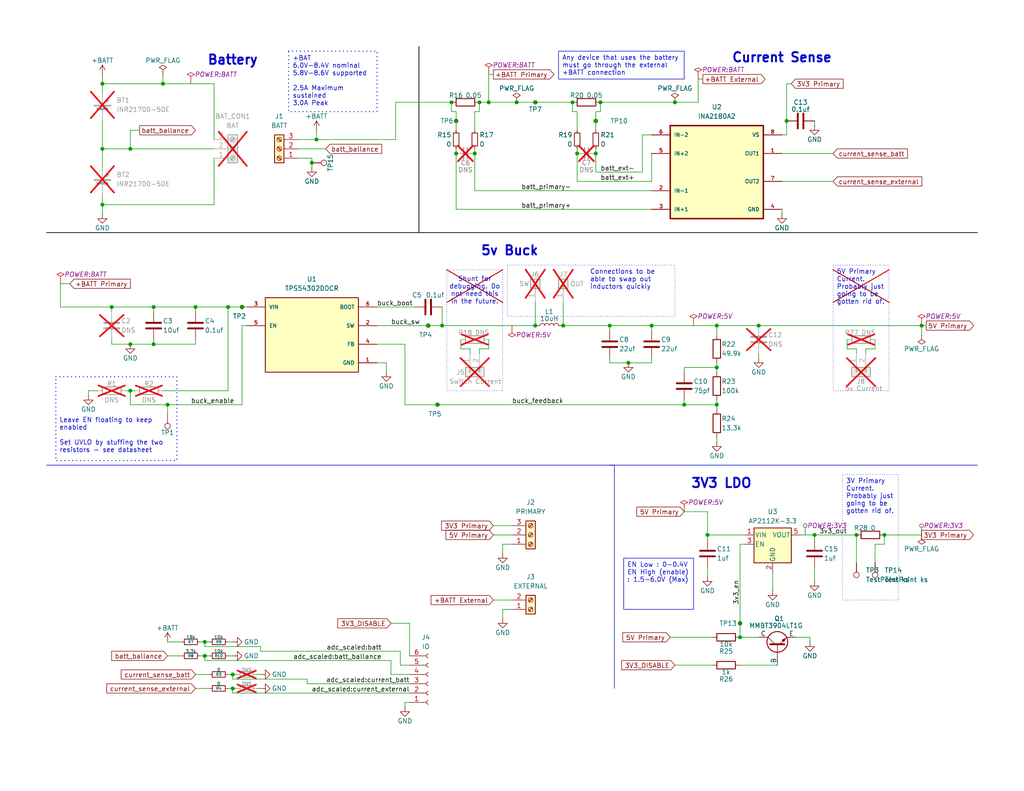
<source format=kicad_sch>
(kicad_sch (version 20231120) (generator "eeschema") (generator_version "8.0")
  (paper "USLetter")
  (title_block (title "Prototype Buck Converter") (date "2024-09-21") (rev "1"))
  (junction (at 162.56 41.91))
  (junction (at 63.5 187.96))
  (junction (at 195.58 100.33))
  (junction (at 62.23 83.82))
  (junction (at 146.05 88.9))
  (junction (at 85.09 44.45))
  (junction (at 120.65 88.9))
  (junction (at 27.94 55.88))
  (junction (at 124.46 41.91))
  (junction (at 133.35 27.94))
  (junction (at 166.37 88.9))
  (junction (at 44.45 22.86))
  (junction (at 222.25 146.05))
  (junction (at 130.81 27.94))
  (junction (at 140.97 27.94))
  (junction (at 45.72 110.49))
  (junction (at 207.01 88.9))
  (junction (at 119.38 110.49))
  (junction (at 195.58 110.49))
  (junction (at 153.67 88.9))
  (junction (at 251.46 88.9))
  (junction (at 30.48 83.82))
  (junction (at 146.05 27.94))
  (junction (at 63.5 184.15))
  (junction (at 186.69 110.49))
  (junction (at 124.46 33.02))
  (junction (at 116.84 88.9))
  (junction (at 27.94 40.64))
  (junction (at 193.04 146.05))
  (junction (at 55.88 179.07))
  (junction (at 233.68 146.05))
  (junction (at 86.36 38.1))
  (junction (at 35.56 40.64))
  (junction (at 171.45 99.06))
  (junction (at 53.34 83.82))
  (junction (at 177.8 88.9))
  (junction (at 184.15 27.94))
  (junction (at 162.56 33.02))
  (junction (at 241.3 146.05))
  (junction (at 123.19 27.94))
  (junction (at 66.04 83.82))
  (junction (at 35.56 93.98))
  (junction (at 129.54 41.91))
  (junction (at 27.94 22.86))
  (junction (at 201.93 173.99))
  (junction (at 163.83 27.94))
  (junction (at 41.91 83.82))
  (junction (at 41.91 93.98))
  (junction (at 35.56 106.68))
  (junction (at 214.63 33.02))
  (junction (at 195.58 88.9))
  (junction (at 201.93 170.18))
  (junction (at 156.21 27.94))
  (junction (at 157.48 41.91))
  (junction (at 55.88 175.26))
  (wire (pts (xy 146.05 88.9) (xy 146.05 82.55)))
  (wire (pts (xy 238.76 95.25) (xy 238.76 92.71)))
  (wire (pts (xy 201.93 181.61) (xy 212.09 181.61)))
  (wire (pts (xy 210.82 161.29) (xy 210.82 156.21)))
  (wire (pts (xy 35.56 110.49) (xy 45.72 110.49)))
  (polyline (pts (xy 114.3 63.5) (xy 266.7 63.5)) (stroke (width 0.2032) (type solid) (color 0 0 0 1)))
  (wire (pts (xy 41.91 93.98) (xy 41.91 92.71)))
  (wire (pts (xy 129.54 30.48) (xy 130.81 30.48)))
  (wire (pts (xy 71.12 176.53) (xy 71.12 177.8)))
  (wire (pts (xy 27.94 22.86) (xy 27.94 25.4)))
  (wire (pts (xy 222.25 33.02) (xy 222.25 34.29)))
  (wire (pts (xy 102.87 88.9) (xy 116.84 88.9)))
  (wire (pts (xy 71.12 177.8) (xy 109.22 177.8)))
  (wire (pts (xy 128.27 95.25) (xy 125.73 95.25)))
  (wire (pts (xy 214.63 22.86) (xy 214.63 33.02)))
  (wire (pts (xy 24.13 106.68) (xy 26.67 106.68)))
  (wire (pts (xy 213.36 49.53) (xy 227.33 49.53)))
  (wire (pts (xy 128.27 95.25) (xy 128.27 96.52)))
  (wire (pts (xy 137.16 166.37) (xy 137.16 168.91)))
  (wire (pts (xy 129.54 40.64) (xy 129.54 41.91)))
  (wire (pts (xy 27.94 53.34) (xy 27.94 55.88)))
  (wire (pts (xy 231.14 95.25) (xy 231.14 92.71)))
  (wire (pts (xy 58.42 38.1) (xy 58.42 22.86)))
  (wire (pts (xy 53.34 93.98) (xy 53.34 92.71)))
  (wire (pts (xy 139.7 166.37) (xy 137.16 166.37)))
  (wire (pts (xy 166.37 88.9) (xy 177.8 88.9)))
  (wire (pts (xy 222.25 154.94) (xy 222.25 158.75)))
  (wire (pts (xy 110.49 93.98) (xy 102.87 93.98)))
  (wire (pts (xy 133.35 20.32) (xy 133.35 27.94)))
  (wire (pts (xy 83.82 185.42) (xy 83.82 186.69)))
  (wire (pts (xy 53.34 93.98) (xy 41.91 93.98)))
  (wire (pts (xy 62.23 83.82) (xy 62.23 106.68)))
  (wire (pts (xy 109.22 181.61) (xy 109.22 177.8)))
  (wire (pts (xy 124.46 30.48) (xy 123.19 30.48)))
  (wire (pts (xy 55.88 179.07) (xy 57.15 179.07)))
  (wire (pts (xy 107.95 27.94) (xy 107.95 38.1)))
  (wire (pts (xy 53.34 184.15) (xy 57.15 184.15)))
  (wire (pts (xy 213.36 57.15) (xy 213.36 58.42)))
  (wire (pts (xy 195.58 99.06) (xy 195.58 100.33)))
  (wire (pts (xy 166.37 99.06) (xy 171.45 99.06)))
  (wire (pts (xy 193.04 139.7) (xy 193.04 146.05)))
  (wire (pts (xy 69.85 184.15) (xy 71.12 184.15)))
  (wire (pts (xy 62.23 184.15) (xy 63.5 184.15)))
  (wire (pts (xy 177.8 88.9) (xy 195.58 88.9)))
  (wire (pts (xy 44.45 106.68) (xy 62.23 106.68)))
  (wire (pts (xy 177.8 90.17) (xy 177.8 88.9)))
  (wire (pts (xy 137.16 148.59) (xy 137.16 151.13)))
  (wire (pts (xy 44.45 22.86) (xy 58.42 22.86)))
  (wire (pts (xy 233.68 146.05) (xy 233.68 153.67)))
  (wire (pts (xy 35.56 35.56) (xy 35.56 40.64)))
  (wire (pts (xy 236.22 95.25) (xy 238.76 95.25)))
  (wire (pts (xy 157.48 40.64) (xy 157.48 41.91)))
  (wire (pts (xy 184.15 181.61) (xy 194.31 181.61)))
  (wire (pts (xy 35.56 106.68) (xy 36.83 106.68)))
  (wire (pts (xy 110.49 193.04) (xy 110.49 191.77)))
  (wire (pts (xy 27.94 55.88) (xy 27.94 58.42)))
  (wire (pts (xy 27.94 40.64) (xy 35.56 40.64)))
  (wire (pts (xy 45.72 175.26) (xy 49.53 175.26)))
  (wire (pts (xy 177.8 41.91) (xy 177.8 49.53)))
  (wire (pts (xy 102.87 99.06) (xy 105.41 99.06)))
  (wire (pts (xy 163.83 30.48) (xy 163.83 27.94)))
  (wire (pts (xy 139.7 148.59) (xy 137.16 148.59)))
  (wire (pts (xy 153.67 88.9) (xy 153.67 82.55)))
  (wire (pts (xy 53.34 187.96) (xy 57.15 187.96)))
  (wire (pts (xy 195.58 88.9) (xy 207.01 88.9)))
  (wire (pts (xy 175.26 36.83) (xy 175.26 46.99)))
  (wire (pts (xy 111.76 181.61) (xy 109.22 181.61)))
  (wire (pts (xy 116.84 88.9) (xy 120.65 88.9)))
  (wire (pts (xy 162.56 30.48) (xy 163.83 30.48)))
  (polyline (pts (xy 227.33 82.55) (xy 242.57 73.66)) (stroke (width 0.254) (type solid) (color 194 0 0 1)))
  (wire (pts (xy 107.95 38.1) (xy 86.36 38.1)))
  (wire (pts (xy 105.41 99.06) (xy 105.41 101.6)))
  (wire (pts (xy 207.01 88.9) (xy 251.46 88.9)))
  (wire (pts (xy 120.65 88.9) (xy 120.65 83.82)))
  (wire (pts (xy 207.01 96.52) (xy 207.01 97.79)))
  (wire (pts (xy 251.46 88.9) (xy 252.73 88.9)))
  (wire (pts (xy 130.81 30.48) (xy 130.81 27.94)))
  (wire (pts (xy 217.17 173.99) (xy 220.98 173.99)))
  (wire (pts (xy 222.25 146.05) (xy 233.68 146.05)))
  (wire (pts (xy 27.94 55.88) (xy 58.42 55.88)))
  (wire (pts (xy 201.93 170.18) (xy 201.93 173.99)))
  (wire (pts (xy 85.09 45.72) (xy 85.09 44.45)))
  (wire (pts (xy 16.51 83.82) (xy 30.48 83.82)))
  (wire (pts (xy 62.23 83.82) (xy 66.04 83.82)))
  (wire (pts (xy 124.46 30.48) (xy 124.46 33.02)))
  (wire (pts (xy 157.48 30.48) (xy 156.21 30.48)))
  (polyline (pts (xy 137.16 82.55) (xy 121.92 73.66)) (stroke (width 0.254) (type solid) (color 194 0 0 1)))
  (wire (pts (xy 30.48 83.82) (xy 41.91 83.82)))
  (wire (pts (xy 63.5 184.15) (xy 64.77 184.15)))
  (wire (pts (xy 24.13 107.95) (xy 24.13 106.68)))
  (wire (pts (xy 38.1 35.56) (xy 35.56 35.56)))
  (wire (pts (xy 27.94 20.32) (xy 27.94 22.86)))
  (wire (pts (xy 66.04 88.9) (xy 66.04 110.49)))
  (wire (pts (xy 190.5 21.59) (xy 190.5 27.94)))
  (wire (pts (xy 193.04 154.94) (xy 193.04 157.48)))
  (wire (pts (xy 55.88 179.07) (xy 55.88 180.34)))
  (wire (pts (xy 191.77 21.59) (xy 190.5 21.59)))
  (wire (pts (xy 45.72 179.07) (xy 49.53 179.07)))
  (wire (pts (xy 69.85 187.96) (xy 71.12 187.96)))
  (polyline (pts (xy 12.7 127) (xy 266.7 127)))
  (wire (pts (xy 133.35 27.94) (xy 140.97 27.94)))
  (wire (pts (xy 133.35 20.32) (xy 134.62 20.32)))
  (wire (pts (xy 86.36 35.56) (xy 86.36 38.1)))
  (wire (pts (xy 129.54 30.48) (xy 129.54 35.56)))
  (polyline (pts (xy 121.92 82.55) (xy 137.16 73.66)) (stroke (width 0.254) (type solid) (color 194 0 0 1)))
  (wire (pts (xy 166.37 90.17) (xy 166.37 88.9)))
  (wire (pts (xy 157.48 49.53) (xy 177.8 49.53)))
  (wire (pts (xy 35.56 110.49) (xy 35.56 106.68)))
  (wire (pts (xy 63.5 187.96) (xy 63.5 189.23)))
  (wire (pts (xy 195.58 110.49) (xy 195.58 111.76)))
  (wire (pts (xy 175.26 46.99) (xy 162.56 46.99)))
  (wire (pts (xy 62.23 179.07) (xy 63.5 179.07)))
  (wire (pts (xy 215.9 22.86) (xy 214.63 22.86)))
  (wire (pts (xy 58.42 43.18) (xy 58.42 55.88)))
  (wire (pts (xy 45.72 113.03) (xy 45.72 110.49)))
  (wire (pts (xy 124.46 33.02) (xy 124.46 35.56)))
  (wire (pts (xy 27.94 33.02) (xy 27.94 40.64)))
  (wire (pts (xy 163.83 27.94) (xy 184.15 27.94)))
  (wire (pts (xy 251.46 91.44) (xy 251.46 88.9)))
  (wire (pts (xy 193.04 146.05) (xy 193.04 147.32)))
  (wire (pts (xy 19.05 77.47) (xy 16.51 77.47)))
  (wire (pts (xy 130.81 95.25) (xy 130.81 96.52)))
  (wire (pts (xy 27.94 40.64) (xy 27.94 45.72)))
  (wire (pts (xy 157.48 30.48) (xy 157.48 35.56)))
  (wire (pts (xy 238.76 148.59) (xy 238.76 153.67)))
  (wire (pts (xy 146.05 27.94) (xy 156.21 27.94)))
  (wire (pts (xy 111.76 184.15) (xy 106.68 184.15)))
  (wire (pts (xy 175.26 36.83) (xy 177.8 36.83)))
  (wire (pts (xy 157.48 41.91) (xy 157.48 49.53)))
  (wire (pts (xy 54.61 179.07) (xy 55.88 179.07)))
  (wire (pts (xy 124.46 41.91) (xy 124.46 57.15)))
  (wire (pts (xy 81.28 43.18) (xy 85.09 43.18)))
  (wire (pts (xy 41.91 93.98) (xy 35.56 93.98)))
  (wire (pts (xy 201.93 148.59) (xy 203.2 148.59)))
  (wire (pts (xy 177.8 99.06) (xy 177.8 97.79)))
  (wire (pts (xy 186.69 110.49) (xy 195.58 110.49)))
  (wire (pts (xy 186.69 109.22) (xy 186.69 110.49)))
  (wire (pts (xy 140.97 27.94) (xy 146.05 27.94)))
  (wire (pts (xy 83.82 186.69) (xy 111.76 186.69)))
  (wire (pts (xy 241.3 148.59) (xy 241.3 146.05)))
  (wire (pts (xy 102.87 83.82) (xy 113.03 83.82)))
  (wire (pts (xy 110.49 110.49) (xy 119.38 110.49)))
  (wire (pts (xy 107.95 27.94) (xy 123.19 27.94)))
  (wire (pts (xy 133.35 95.25) (xy 133.35 92.71)))
  (wire (pts (xy 214.63 36.83) (xy 214.63 33.02)))
  (wire (pts (xy 130.81 95.25) (xy 133.35 95.25)))
  (wire (pts (xy 186.69 100.33) (xy 195.58 100.33)))
  (wire (pts (xy 55.88 176.53) (xy 71.12 176.53)))
  (wire (pts (xy 35.56 40.64) (xy 58.42 40.64)))
  (wire (pts (xy 153.67 88.9) (xy 166.37 88.9)))
  (wire (pts (xy 134.62 146.05) (xy 139.7 146.05)))
  (wire (pts (xy 81.28 40.64) (xy 88.9 40.64)))
  (wire (pts (xy 186.69 139.7) (xy 193.04 139.7)))
  (wire (pts (xy 30.48 92.71) (xy 30.48 93.98)))
  (wire (pts (xy 124.46 40.64) (xy 124.46 41.91)))
  (wire (pts (xy 227.33 41.91) (xy 213.36 41.91)))
  (wire (pts (xy 134.62 143.51) (xy 139.7 143.51)))
  (wire (pts (xy 238.76 148.59) (xy 241.3 148.59)))
  (wire (pts (xy 62.23 187.96) (xy 63.5 187.96)))
  (wire (pts (xy 124.46 57.15) (xy 177.8 57.15)))
  (wire (pts (xy 106.68 184.15) (xy 106.68 180.34)))
  (wire (pts (xy 195.58 119.38) (xy 195.58 120.65)))
  (polyline (pts (xy 167.64 187.96) (xy 167.64 127)))
  (wire (pts (xy 201.93 148.59) (xy 201.93 170.18)))
  (wire (pts (xy 241.3 146.05) (xy 251.46 146.05)))
  (wire (pts (xy 111.76 179.07) (xy 111.76 170.18)))
  (wire (pts (xy 45.72 110.49) (xy 66.04 110.49)))
  (wire (pts (xy 220.98 173.99) (xy 220.98 175.26)))
  (wire (pts (xy 233.68 95.25) (xy 233.68 96.52)))
  (polyline (pts (xy 114.3 12.7) (xy 114.3 63.5)) (stroke (width 0.2032) (type solid) (color 0 0 0 1)))
  (wire (pts (xy 62.23 175.26) (xy 63.5 175.26)))
  (wire (pts (xy 35.56 93.98) (xy 30.48 93.98)))
  (wire (pts (xy 186.69 101.6) (xy 186.69 100.33)))
  (wire (pts (xy 55.88 180.34) (xy 106.68 180.34)))
  (wire (pts (xy 34.29 106.68) (xy 35.56 106.68)))
  (polyline (pts (xy 12.7 63.5) (xy 114.3 63.5)) (stroke (width 0.2032) (type solid) (color 0 0 0 1)))
  (wire (pts (xy 162.56 33.02) (xy 162.56 35.56)))
  (wire (pts (xy 193.04 146.05) (xy 203.2 146.05)))
  (wire (pts (xy 111.76 170.18) (xy 106.68 170.18)))
  (wire (pts (xy 162.56 40.64) (xy 162.56 41.91)))
  (wire (pts (xy 129.54 52.07) (xy 177.8 52.07)))
  (wire (pts (xy 120.65 88.9) (xy 146.05 88.9)))
  (wire (pts (xy 171.45 99.06) (xy 177.8 99.06)))
  (wire (pts (xy 55.88 175.26) (xy 57.15 175.26)))
  (wire (pts (xy 222.25 147.32) (xy 222.25 146.05)))
  (wire (pts (xy 30.48 83.82) (xy 30.48 85.09)))
  (wire (pts (xy 85.09 44.45) (xy 85.09 43.18)))
  (wire (pts (xy 119.38 110.49) (xy 186.69 110.49)))
  (wire (pts (xy 195.58 100.33) (xy 195.58 101.6)))
  (wire (pts (xy 54.61 175.26) (xy 55.88 175.26)))
  (wire (pts (xy 110.49 191.77) (xy 111.76 191.77)))
  (wire (pts (xy 195.58 88.9) (xy 195.58 91.44)))
  (wire (pts (xy 110.49 93.98) (xy 110.49 110.49)))
  (wire (pts (xy 190.5 27.94) (xy 184.15 27.94)))
  (wire (pts (xy 16.51 77.47) (xy 16.51 83.82)))
  (wire (pts (xy 66.04 83.82) (xy 67.31 83.82)))
  (wire (pts (xy 53.34 85.09) (xy 53.34 83.82)))
  (wire (pts (xy 44.45 22.86) (xy 27.94 22.86)))
  (wire (pts (xy 233.68 95.25) (xy 231.14 95.25)))
  (wire (pts (xy 123.19 30.48) (xy 123.19 27.94)))
  (wire (pts (xy 63.5 189.23) (xy 111.76 189.23)))
  (wire (pts (xy 130.81 27.94) (xy 133.35 27.94)))
  (wire (pts (xy 44.45 20.32) (xy 44.45 22.86)))
  (wire (pts (xy 218.44 146.05) (xy 222.25 146.05)))
  (wire (pts (xy 63.5 184.15) (xy 63.5 185.42)))
  (wire (pts (xy 213.36 36.83) (xy 214.63 36.83)))
  (wire (pts (xy 201.93 173.99) (xy 207.01 173.99)))
  (polyline (pts (xy 167.64 127) (xy 166.37 127)))
  (wire (pts (xy 129.54 41.91) (xy 129.54 52.07)))
  (wire (pts (xy 125.73 95.25) (xy 125.73 92.71)))
  (wire (pts (xy 134.62 163.83) (xy 139.7 163.83)))
  (wire (pts (xy 195.58 109.22) (xy 195.58 110.49)))
  (wire (pts (xy 162.56 41.91) (xy 162.56 46.99)))
  (wire (pts (xy 162.56 30.48) (xy 162.56 33.02)))
  (wire (pts (xy 41.91 83.82) (xy 53.34 83.82)))
  (wire (pts (xy 182.88 173.99) (xy 194.31 173.99)))
  (wire (pts (xy 236.22 95.25) (xy 236.22 96.52)))
  (wire (pts (xy 55.88 175.26) (xy 55.88 176.53)))
  (wire (pts (xy 41.91 85.09) (xy 41.91 83.82)))
  (wire (pts (xy 63.5 185.42) (xy 83.82 185.42)))
  (polyline (pts (xy 242.57 82.55) (xy 227.33 73.66)) (stroke (width 0.254) (type solid) (color 194 0 0 1)))
  (wire (pts (xy 53.34 83.82) (xy 62.23 83.82)))
  (wire (pts (xy 63.5 187.96) (xy 64.77 187.96)))
  (wire (pts (xy 66.04 88.9) (xy 67.31 88.9)))
  (wire (pts (xy 156.21 30.48) (xy 156.21 27.94)))
  (wire (pts (xy 166.37 99.06) (xy 166.37 97.79)))
  (wire (pts (xy 86.36 38.1) (xy 81.28 38.1)))
  (rectangle (start 138.43 72.39) (end 184.15 86.36) (stroke (width 0) (type dot)))
  (rectangle (start 229.87 129.54) (end 245.11 163.83) (stroke (width 0) (type dot)))
  (rectangle (start 15.24 102.87) (end 48.26 125.73) (stroke (width 0.254) (type dot)))
  (rectangle (start 121.92 73.66) (end 137.16 106.68) (stroke (width 0) (type dot)))
  (rectangle (start 227.33 72.39) (end 242.57 106.68) (stroke (width 0) (type dot)))
  (text_box "5V Primary Current. Probably just going to be gotten rid of." (at 227.33 72.39 0) (size 15.24 8.89) (stroke (width -0.0001)) (effects (font (size 1.27 1.27)) (justify left top)))
  (text_box "Connections to be able to swap out inductors quickly" (at 160.02 72.39 0) (size 24.13 13.97) (stroke (width -0.0001)) (effects (font (size 1.27 1.27)) (justify left top)))
  (text_box "Any device that uses the battery must go through the external +BATT connection" (at 152.4 13.97 0) (size 34.29 7.62) (effects (font (size 1.27 1.27)) (justify left top)))
  (text_box "3V Primary Current. Probably just going to be gotten rid of." (at 229.87 129.54 0) (size 15.24 8.89) (stroke (width -0.0001)) (effects (font (size 1.27 1.27)) (justify left top)))
  (text_box "Leave EN floating to keep enabled\n\nSet UVLO by stuffing the two resistors - see datasheet" (at 15.24 113.03 0) (size 30.48 11.43) (stroke (width -0.0001)) (effects (font (size 1.27 1.27)) (justify left bottom)))
  (text_box "+BAT \n6.0V-8.4V nominal\n5.8V-8.6V supported\n\n2.5A Maximum sustained\n3.0A Peak" (at 78.74 13.97 0) (size 24.13 16.51) (stroke (width 0.254) (type dot)) (effects (font (size 1.27 1.27)) (justify left top)))
  (text_box "EN Low : 0-0.4V\nEN High (enable) : 1.5-6.0V (Max)" (at 170.18 152.4 0) (size 19.05 13.97) (effects (font (size 1.27 1.27)) (justify left top)))
  (text "Shunt for\ndebugging. Do\nnot need this\nin the future." (at 129.54 79.375 0) (effects (font (size 1.27 1.27))))
  (text "5v Buck" (at 139.065 68.58 0) (effects (font (size 2.54 2.54) (thickness 0.508) (bold yes))))
  (text "3V3 LDO" (at 196.85 132.08 0) (effects (font (size 2.54 2.54) (thickness 0.508) (bold yes))))
  (text "Battery" (at 63.5 16.51 0) (effects (font (size 2.54 2.54) (thickness 0.508) (bold yes))))
  (text "Current Sense" (at 213.36 15.875 0) (effects (font (size 2.54 2.54) (thickness 0.508) (bold yes))))
  (label "adc_scaled:current_batt" (at 111.76 186.69 180))
  (label "buck_boot" (at 102.87 83.82 0))
  (label "batt_ext+" (at 163.83 49.53 0))
  (label "batt_ext-" (at 163.83 46.99 0))
  (label "3v3_en" (at 201.93 165.1 90))
  (label "adc_scaled:batt" (at 104.14 177.8 180))
  (label "batt_primary+" (at 142.24 57.15 0))
  (label "adc_scaled:current_external" (at 111.76 189.23 180))
  (label "buck_sw" (at 106.68 88.9 0))
  (label "batt_primary-" (at 142.24 52.07 0))
  (label "buck_enable" (at 52.07 110.49 0))
  (label "buck_feedback" (at 139.7 110.49 0))
  (label "adc_scaled:batt_ballance" (at 104.14 180.34 180))
  (label "3v3_out" (at 223.52 146.05 0))
  (global_label "batt_ballance" (shape input) (at 45.72 179.07 180) (property "Intersheetrefs" "${INTERSHEET_REFS}" (effects (hide yes))))
  (global_label "+BATT Primary" (shape output) (at 134.62 20.32 0) (property "Intersheetrefs" "${INTERSHEET_REFS}" (effects (hide yes))))
  (global_label "3V3 Primary" (shape output) (at 251.46 146.05 0) (property "Intersheetrefs" "${INTERSHEET_REFS}" (effects (hide yes))))
  (global_label "current_sense_batt" (shape input) (at 53.34 184.15 180) (property "Intersheetrefs" "${INTERSHEET_REFS}" (effects (hide yes))))
  (global_label "batt_ballance" (shape output) (at 38.1 35.56 0) (property "Intersheetrefs" "${INTERSHEET_REFS}" (effects (hide yes))))
  (global_label "5V Primary" (shape input) (at 182.88 173.99 180) (property "Intersheetrefs" "${INTERSHEET_REFS}" (effects (hide yes))))
  (global_label "3V3 Primary" (shape input) (at 215.9 22.86 0) (property "Intersheetrefs" "${INTERSHEET_REFS}" (effects (hide yes))))
  (global_label "3V3 Primary" (shape input) (at 134.62 143.51 180) (property "Intersheetrefs" "${INTERSHEET_REFS}" (effects (hide yes))))
  (global_label "5V Primary" (shape output) (at 252.73 88.9 0) (property "Intersheetrefs" "${INTERSHEET_REFS}" (effects (hide yes))))
  (global_label "+BATT External" (shape output) (at 191.77 21.59 0) (property "Intersheetrefs" "${INTERSHEET_REFS}" (effects (hide yes))))
  (global_label "+BATT External" (shape input) (at 134.62 163.83 180) (property "Intersheetrefs" "${INTERSHEET_REFS}" (effects (hide yes))))
  (global_label "5V Primary" (shape input) (at 134.62 146.05 180) (property "Intersheetrefs" "${INTERSHEET_REFS}" (effects (hide yes))))
  (global_label "3V3_DISABLE" (shape input) (at 106.68 170.18 180) (property "Intersheetrefs" "${INTERSHEET_REFS}" (effects (hide yes))))
  (global_label "current_sense_batt" (shape input) (at 227.33 41.91 0) (property "Intersheetrefs" "${INTERSHEET_REFS}" (effects (hide yes))))
  (global_label "+BATT Primary" (shape input) (at 19.05 77.47 0) (property "Intersheetrefs" "${INTERSHEET_REFS}" (effects (hide yes))))
  (global_label "current_sense_external" (shape input) (at 227.33 49.53 0) (property "Intersheetrefs" "${INTERSHEET_REFS}" (effects (hide yes))))
  (global_label "3V3_DISABLE" (shape input) (at 184.15 181.61 180) (property "Intersheetrefs" "${INTERSHEET_REFS}" (effects (hide yes))))
  (global_label "current_sense_external" (shape input) (at 53.34 187.96 180) (property "Intersheetrefs" "${INTERSHEET_REFS}" (effects (hide yes))))
  (global_label "5V Primary" (shape input) (at 186.69 139.7 180) (property "Intersheetrefs" "${INTERSHEET_REFS}" (effects (hide yes))))
  (global_label "batt_ballance" (shape input) (at 88.9 40.64 0) (property "Intersheetrefs" "${INTERSHEET_REFS}" (effects (hide yes))))
  (netclass_flag "" (length 2.54) (shape diamond) (at 251.46 88.9 0) (property "Netclass" "POWER:5V" (at 252.476 86.36 0) (effects (font (italic yes)) (justify left))))
  (netclass_flag "" (length 2.54) (shape diamond) (at 189.23 88.9 0) (property "Netclass" "POWER:5V" (at 190.246 86.36 0) (effects (font (italic yes)) (justify left))))
  (netclass_flag "" (length 2.54) (shape diamond) (at 16.51 77.47 0) (property "Netclass" "POWER:BATT" (at 17.526 74.93 0) (effects (font (italic yes)) (justify left))))
  (netclass_flag "" (length 2.54) (shape diamond) (at 133.35 20.32 0) (property "Netclass" "POWER:BATT" (at 134.366 17.78 0) (effects (font (italic yes)) (justify left))))
  (netclass_flag "" (length 2.54) (shape round) (at 251.46 146.05 0) (property "Netclass" "POWER:3V3" (at 251.968 143.51 0) (effects (font (italic yes)) (justify left))))
  (netclass_flag "" (length 2.54) (shape round) (at 219.71 146.05 0) (property "Netclass" "POWER:3V3" (at 220.218 143.51 0) (effects (font (italic yes)) (justify left))))
  (netclass_flag "" (length 2.54) (shape diamond) (at 52.07 22.86 0) (property "Netclass" "POWER:BATT" (at 53.086 20.32 0) (effects (font (italic yes)) (justify left))))
  (netclass_flag "" (length 2.54) (shape diamond) (at 186.69 139.7 0) (property "Netclass" "POWER:5V" (at 187.706 137.16 0) (effects (font (italic yes)) (justify left))))
  (netclass_flag "" (length 2.54) (shape diamond) (at 190.5 21.59 0) (property "Netclass" "POWER:BATT" (at 191.516 19.05 0) (effects (font (italic yes)) (justify left))))
  (netclass_flag "" (length 2.54) (shape diamond) (at 139.7 88.9 180) (property "Netclass" "POWER:5V" (at 140.716 91.44 0) (effects (font (italic yes)) (justify left))))
  (symbol (lib_id "power:PWR_FLAG") (at 251.46 146.05 180) (unit 1)
    (property "Reference" "#FLG05" (effects (hide yes)))
    (property "Value" "PWR_FLAG" (at 251.46 149.86 0))
    (property "Description" "Special symbol for telling ERC where power comes from" (effects (hide yes)))
  )
  (symbol (lib_id "power:+BATT") (at 27.94 20.32 0) (unit 1)
    (property "Reference" "#PWR02" (effects (hide yes)))
    (property "Value" "+BATT" (at 27.94 16.51 0))
    (property "Description" "Power symbol creates a global label with name \"+BATT\"" (effects (hide yes)))
  )
  (symbol (lib_id "Connector:Screw_Terminal_01x03") (at 63.5 40.64 0) (mirror x) (unit 1) (exclude_from_sim yes) (on_board no) (dnp yes)
    (property "Reference" "BAT_CON1" (at 63.5 31.75 0))
    (property "Value" "BAT" (at 63.5 34.29 0))
    (property "Datasheet" "n/a" (effects (hide yes)))
    (property "Description" "Generic screw terminal, single row, 01x03, script generated (kicad-library-utils/schlib/autogen/connector/)" (effects (hide yes)))
  )
  (symbol (lib_id "Simulation_SPICE:NPN") (at 212.09 176.53 90) (unit 1)
    (property "Reference" "Q1" (at 213.995 168.91 90) (effects (justify left)))
    (property "Value" "MMBT3904LT1G" (at 219.075 170.815 90) (effects (justify left)))
    (property "Footprint" "Package_TO_SOT_SMD:SOT-23" (effects (hide yes)))
    (property "Datasheet" "MMBT3904LT1G" (effects (hide yes)))
    (property "Description" "Bipolar transistor symbol for simulation only, substrate tied to the emitter" (effects (hide yes)))
    (property "Sim.Device" "NPN" (effects (hide yes)))
    (property "Sim.Type" "GUMMELPOON" (effects (hide yes)))
    (property "Sim.Pins" "1=C 2=B 3=E" (effects (hide yes)))
  )
  (symbol (lib_id "power:GND") (at 110.49 193.04 0) (mirror y) (unit 1)
    (property "Reference" "#PWR010" (effects (hide yes)))
    (property "Value" "GND" (at 110.49 196.85 0))
    (property "Description" "Power symbol creates a global label with name \"GND\" , ground" (effects (hide yes)))
  )
  (symbol (lib_id "Device:R_Small") (at 52.07 175.26 90) (unit 1)
    (property "Reference" "R7" (at 52.07 175.26 90) (effects (font (size 0.762 0.762))))
    (property "Value" "18k" (at 52.07 173.99 90) (effects (font (size 0.889 0.889))))
    (property "Footprint" "Capacitor_SMD:C_0603_1608Metric_Pad1.08x0.95mm_HandSolder" (effects (hide yes)))
    (property "Datasheet" "RMCF0603JT18K0" (effects (hide yes)))
    (property "Description" "Resistor, small symbol" (effects (hide yes)))
  )
  (symbol (lib_id "Connector:TestPoint") (at 85.09 44.45 270) (unit 1)
    (property "Reference" "TP15" (at 90.17 44.45 0))
    (property "Value" "TestPoint ks" (effects (hide yes)))
    (property "Footprint" "footprints:KEYSTONE_5015" (effects (hide yes)))
    (property "Datasheet" "5015" (effects (hide yes)))
    (property "Description" "test point" (effects (hide yes)))
  )
  (symbol (lib_id "Connector:TestPoint_Small") (at 66.04 83.82 270) (mirror x) (unit 1)
    (property "Reference" "TP2" (at 63.5 86.36 90) (effects (justify left)))
    (property "Value" "TestPoint" (effects (hide yes)))
    (property "Footprint" "TestPoint:TestPoint_Pad_D1.0mm" (effects (hide yes)))
    (property "Datasheet" "n/a" (effects (hide yes)))
    (property "Description" "test point" (effects (hide yes)))
  )
  (symbol (lib_id "power:GND") (at 137.16 168.91 0) (mirror y) (unit 1)
    (property "Reference" "#PWR016" (effects (hide yes)))
    (property "Value" "GND" (at 137.16 172.72 0))
    (property "Description" "Power symbol creates a global label with name \"GND\" , ground" (effects (hide yes)))
  )
  (symbol (lib_id "Connector:TestPoint") (at 45.72 113.03 180) (unit 1)
    (property "Reference" "TP1" (at 45.72 118.11 0))
    (property "Value" "TestPoint" (effects (hide yes)))
    (property "Footprint" "TestPoint:TestPoint_Pad_D1.0mm" (effects (hide yes)))
    (property "Datasheet" "n/a" (effects (hide yes)))
    (property "Description" "test point" (effects (hide yes)))
  )
  (symbol (lib_id "power:GND") (at 207.01 97.79 0) (mirror y) (unit 1)
    (property "Reference" "#PWR022" (effects (hide yes)))
    (property "Value" "GND" (at 207.01 101.6 0))
    (property "Description" "Power symbol creates a global label with name \"GND\" , ground" (effects (hide yes)))
  )
  (symbol (lib_id "Device:R_Small") (at 129.54 38.1 0) (unit 1)
    (property "Reference" "R17" (at 130.81 36.83 0) (effects (justify left)))
    (property "Value" "0" (at 130.81 39.37 0) (effects (justify left)))
    (property "Footprint" "Capacitor_SMD:C_0603_1608Metric_Pad1.08x0.95mm_HandSolder" (effects (hide yes)))
    (property "Datasheet" "RMCF0603ZT0R00" (effects (hide yes)))
    (property "Description" "Resistor, small symbol" (effects (hide yes)))
  )
  (symbol (lib_id "Device:Battery_Cell") (at 27.94 30.48 0) (unit 1) (exclude_from_sim yes) (in_bom no) (on_board no) (dnp yes)
    (property "Reference" "BT1" (at 31.75 27.3684 0) (effects (justify left)))
    (property "Value" "INR21700-50E" (at 31.75 29.9084 0) (effects (justify left)))
    (property "Datasheet" "INR21700-50E" (effects (hide yes)))
    (property "Description" "Single-cell battery" (effects (hide yes)))
  )
  (symbol (lib_id "Device:Battery_Cell") (at 27.94 50.8 0) (unit 1) (exclude_from_sim yes) (in_bom no) (on_board no) (dnp yes)
    (property "Reference" "BT2" (at 31.75 47.6884 0) (effects (justify left)))
    (property "Value" "INR21700-50E" (at 31.75 50.2284 0) (effects (justify left)))
    (property "Datasheet" "INR21700-50E" (effects (hide yes)))
    (property "Description" "Single-cell battery" (effects (hide yes)))
  )
  (symbol (lib_id "Device:R_Small") (at 59.69 187.96 90) (unit 1)
    (property "Reference" "R4" (at 59.69 187.96 90) (effects (font (size 0.762 0.762))))
    (property "Value" "0" (at 59.69 186.69 90) (effects (font (size 0.889 0.889))))
    (property "Footprint" "Capacitor_SMD:C_0603_1608Metric_Pad1.08x0.95mm_HandSolder" (effects (hide yes)))
    (property "Description" "Resistor, small symbol" (effects (hide yes)))
  )
  (symbol (lib_id "power:GND") (at 171.45 99.06 0) (mirror y) (unit 1)
    (property "Reference" "#PWR018" (effects (hide yes)))
    (property "Value" "GND" (at 171.45 102.87 0))
    (property "Description" "Power symbol creates a global label with name \"GND\" , ground" (effects (hide yes)))
  )
  (symbol (lib_id "power:GND") (at 222.25 158.75 0) (unit 1)
    (property "Reference" "#PWR026" (effects (hide yes)))
    (property "Value" "GND" (at 222.25 162.56 0))
    (property "Description" "Power symbol creates a global label with name \"GND\" , ground" (effects (hide yes)))
  )
  (symbol (lib_id "power:GND") (at 220.98 175.26 0) (unit 1)
    (property "Reference" "#PWR024" (effects (hide yes)))
    (property "Value" "GND" (at 220.98 179.07 0))
    (property "Description" "Power symbol creates a global label with name \"GND\" , ground" (effects (hide yes)))
  )
  (symbol (lib_id "Device:C") (at 30.48 88.9 0) (unit 1) (dnp yes)
    (property "Reference" "C2" (at 33.02 87.63 0) (effects (justify left)))
    (property "Value" "DNS" (at 33.02 90.17 0) (effects (justify left)))
    (property "Footprint" "Capacitor_SMD:C_1210_3225Metric_Pad1.33x2.70mm_HandSolder" (effects (hide yes)))
    (property "Datasheet" "n/a" (effects (hide yes)))
    (property "Description" "Unpolarized capacitor" (effects (hide yes)))
  )
  (symbol (lib_id "Device:C") (at 207.01 92.71 0) (unit 1) (dnp yes)
    (property "Reference" "C12" (at 209.55 91.44 0) (effects (justify left)))
    (property "Value" "DNS" (at 209.55 93.98 0) (effects (justify left)))
    (property "Footprint" "Capacitor_SMD:C_1210_3225Metric_Pad1.33x2.70mm_HandSolder" (effects (hide yes)))
    (property "Datasheet" "n/a" (effects (hide yes)))
    (property "Description" "Unpolarized capacitor" (effects (hide yes)))
  )
  (symbol (lib_id "Device:C") (at 166.37 93.98 0) (unit 1)
    (property "Reference" "C8" (at 168.91 92.71 0) (effects (justify left)))
    (property "Value" "22uf" (at 168.91 95.25 0) (effects (justify left)))
    (property "Footprint" "Capacitor_SMD:C_1210_3225Metric" (effects (hide yes)))
    (property "Datasheet" "~CL32A226MAJNNNE" (effects (hide yes)))
    (property "Description" "Unpolarized capacitor" (effects (hide yes)))
  )
  (symbol (lib_id "Device:R_Small") (at 52.07 179.07 90) (unit 1)
    (property "Reference" "R8" (at 52.07 179.07 90) (effects (font (size 0.762 0.762))))
    (property "Value" "3.3k" (at 52.07 177.8 90) (effects (font (size 0.889 0.889))))
    (property "Footprint" "Capacitor_SMD:C_0603_1608Metric_Pad1.08x0.95mm_HandSolder" (effects (hide yes)))
    (property "Datasheet" "RMCF0603FT3K30" (effects (hide yes)))
    (property "Description" "Resistor, small symbol" (effects (hide yes)))
  )
  (symbol (lib_id "Device:R_Small") (at 59.69 179.07 90) (unit 1)
    (property "Reference" "R10" (at 59.69 179.07 90) (effects (font (size 0.762 0.762))))
    (property "Value" "10k" (at 59.69 177.8 90) (effects (font (size 0.889 0.889))))
    (property "Footprint" "Capacitor_SMD:C_0603_1608Metric_Pad1.08x0.95mm_HandSolder" (effects (hide yes)))
    (property "Datasheet" "RMCF0603FT10K0" (effects (hide yes)))
    (property "Description" "Resistor, small symbol" (effects (hide yes)))
  )
  (symbol (lib_id "power:GND") (at 105.41 101.6 0) (unit 1)
    (property "Reference" "#PWR014" (effects (hide yes)))
    (property "Value" "GND" (at 105.41 105.41 0))
    (property "Description" "Power symbol creates a global label with name \"GND\" , ground" (effects (hide yes)))
  )
  (symbol (lib_id "Connector:TestPoint_Small") (at 124.46 33.02 90) (unit 1)
    (property "Reference" "TP6" (at 121.92 33.02 90))
    (property "Value" "TestPoint" (effects (hide yes)))
    (property "Footprint" "TestPoint:TestPoint_Pad_D1.0mm" (effects (hide yes)))
    (property "Datasheet" "n/a" (effects (hide yes)))
    (property "Description" "test point" (effects (hide yes)))
  )
  (symbol (lib_id "Connector_Generic:Conn_01x01") (at 146.05 77.47 90) (unit 1) (exclude_from_sim yes) (in_bom no) (on_board no) (dnp yes)
    (property "Reference" "J6" (at 144.78 74.93 90) (effects (justify right)))
    (property "Value" "SW" (at 141.605 77.47 90) (effects (justify right)))
    (property "Footprint" "TestPoint:TestPoint_Pad_2.0x2.0mm" (effects (hide yes)))
    (property "Datasheet" "n/a" (effects (hide yes)))
    (property "Description" "Generic connector, single row, 01x01, script generated (kicad-library-utils/schlib/autogen/connector/)" (effects (hide yes)))
  )
  (symbol (lib_id "power:GND") (at 137.16 151.13 0) (mirror y) (unit 1)
    (property "Reference" "#PWR015" (effects (hide yes)))
    (property "Value" "GND" (at 137.16 154.94 0))
    (property "Description" "Power symbol creates a global label with name \"GND\" , ground" (effects (hide yes)))
  )
  (symbol (lib_id "Device:C") (at 177.8 93.98 0) (unit 1)
    (property "Reference" "C9" (at 180.34 92.71 0) (effects (justify left)))
    (property "Value" "22uf" (at 180.34 95.25 0) (effects (justify left)))
    (property "Footprint" "Capacitor_SMD:C_1210_3225Metric" (effects (hide yes)))
    (property "Datasheet" "~CL32A226MAJNNNE" (effects (hide yes)))
    (property "Description" "Unpolarized capacitor" (effects (hide yes)))
  )
  (symbol (lib_id "power:+BATT") (at 45.72 175.26 0) (unit 1)
    (property "Reference" "#PWR05" (effects (hide yes)))
    (property "Value" "+BATT" (at 45.72 171.45 0))
    (property "Description" "Power symbol creates a global label with name \"+BATT\"" (effects (hide yes)))
  )
  (symbol (lib_id "Device:R_Small") (at 59.69 184.15 90) (unit 1)
    (property "Reference" "R3" (at 59.69 184.15 90) (effects (font (size 0.762 0.762))))
    (property "Value" "0" (at 59.69 182.88 90) (effects (font (size 0.889 0.889))))
    (property "Footprint" "Capacitor_SMD:C_0603_1608Metric_Pad1.08x0.95mm_HandSolder" (effects (hide yes)))
    (property "Description" "Resistor, small symbol" (effects (hide yes)))
  )
  (symbol (lib_id "Device:C") (at 41.91 88.9 0) (unit 1)
    (property "Reference" "C3" (at 44.45 87.63 0) (effects (justify left)))
    (property "Value" "10uf" (at 44.45 90.17 0) (effects (justify left)))
    (property "Footprint" "Capacitor_SMD:C_1210_3225Metric" (effects (hide yes)))
    (property "Datasheet" "CL32B106KBJNNNE" (effects (hide yes)))
    (property "Description" "Unpolarized capacitor" (effects (hide yes)))
  )
  (symbol (lib_id "power:GND") (at 71.12 187.96 90) (mirror x) (unit 1)
    (property "Reference" "#PWR07" (effects (hide yes)))
    (property "Value" "GND" (at 76.2 187.96 90))
    (property "Description" "Power symbol creates a global label with name \"GND\" , ground" (effects (hide yes)))
  )
  (symbol (lib_id "project_symbols:INA2180A1IDGKR") (at 195.58 46.99 0) (unit 1)
    (property "Reference" "U2" (at 195.58 29.21 0))
    (property "Value" "INA2180A2" (at 195.58 31.75 0))
    (property "Footprint" "footprints:SOP65P490X110-8N" (effects (hide yes)))
    (property "Datasheet" "INA2180A2IDGKR" (effects (hide yes)))
  )
  (symbol (lib_id "Device:R_Small") (at 67.31 184.15 90) (unit 1) (dnp yes)
    (property "Reference" "R5" (at 67.31 184.15 90) (effects (font (size 0.762 0.762))))
    (property "Value" "DNS" (at 67.31 182.88 90) (effects (font (size 0.889 0.889))))
    (property "Footprint" "Capacitor_SMD:C_0603_1608Metric_Pad1.08x0.95mm_HandSolder" (effects (hide yes)))
    (property "Datasheet" "n/a" (effects (hide yes)))
    (property "Description" "Resistor, small symbol" (effects (hide yes)))
  )
  (symbol (lib_id "Connector:Screw_Terminal_01x03") (at 144.78 146.05 0) (mirror x) (unit 1)
    (property "Reference" "J2" (at 144.78 137.16 0))
    (property "Value" "PRIMARY" (at 144.78 139.7 0))
    (property "Footprint" "TerminalBlock_TE-Connectivity:TerminalBlock_TE_282834-3_1x03_P2.54mm_Horizontal" (effects (hide yes)))
    (property "Datasheet" "282834-3" (effects (hide yes)))
    (property "Description" "Generic screw terminal, single row, 01x03, script generated (kicad-library-utils/schlib/autogen/connector/)" (effects (hide yes)))
  )
  (symbol (lib_id "power:PWR_FLAG") (at 44.45 20.32 0) (unit 1)
    (property "Reference" "#FLG01" (effects (hide yes)))
    (property "Value" "PWR_FLAG" (at 44.45 16.51 0))
    (property "Description" "Special symbol for telling ERC where power comes from" (effects (hide yes)))
  )
  (symbol (lib_id "Device:C") (at 53.34 88.9 0) (unit 1)
    (property "Reference" "C4" (at 55.88 87.63 0) (effects (justify left)))
    (property "Value" "0.1uf" (at 55.88 90.17 0) (effects (justify left)))
    (property "Footprint" "Capacitor_SMD:C_0603_1608Metric_Pad1.08x0.95mm_HandSolder" (effects (hide yes)))
    (property "Datasheet" "CL10B104KB8NNWC" (effects (hide yes)))
    (property "Description" "Unpolarized capacitor" (effects (hide yes)))
  )
  (symbol (lib_id "power:PWR_FLAG") (at 184.15 27.94 0) (unit 1)
    (property "Reference" "#FLG03" (effects (hide yes)))
    (property "Value" "PWR_FLAG" (at 184.15 24.13 0))
    (property "Description" "Special symbol for telling ERC where power comes from" (effects (hide yes)))
  )
  (symbol (lib_id "Device:R_Small") (at 59.69 175.26 90) (unit 1)
    (property "Reference" "R9" (at 59.69 175.26 90) (effects (font (size 0.762 0.762))))
    (property "Value" "10k" (at 59.69 173.99 90) (effects (font (size 0.889 0.889))))
    (property "Footprint" "Capacitor_SMD:C_0603_1608Metric_Pad1.08x0.95mm_HandSolder" (effects (hide yes)))
    (property "Datasheet" "RMCF0603FT10K0" (effects (hide yes)))
    (property "Description" "Resistor, small symbol" (effects (hide yes)))
  )
  (symbol (lib_id "Device:C_Small") (at 127 41.91 270) (unit 1) (dnp yes)
    (property "Reference" "C6" (at 127 44.45 90))
    (property "Value" "DNS" (at 127 46.355 90))
    (property "Footprint" "Capacitor_SMD:C_0603_1608Metric_Pad1.08x0.95mm_HandSolder" (effects (hide yes)))
    (property "Datasheet" "n/a" (effects (hide yes)))
    (property "Description" "Unpolarized capacitor, small symbol" (effects (hide yes)))
  )
  (symbol (lib_id "Regulator_Linear:AP2112K-3.3") (at 210.82 148.59 0) (unit 1)
    (property "Reference" "U3" (at 210.82 139.7 0))
    (property "Value" "AP2112K-3.3" (at 210.82 142.24 0))
    (property "Footprint" "Package_TO_SOT_SMD:SOT-23-5" (effects (hide yes)))
    (property "Datasheet" "https://www.diodes.com/assets/Datasheets/AP2112.pdf" (effects (hide yes)))
    (property "Description" "600mA low dropout linear regulator, with enable pin, 3.8V-6V input voltage range, 3.3V fixed positive output, SOT-23-5" (effects (hide yes)))
  )
  (symbol (lib_id "Connector:TestPoint_Small") (at 146.05 27.94 270) (unit 1)
    (property "Reference" "TP7" (at 146.05 29.845 90))
    (property "Value" "TestPoint" (effects (hide yes)))
    (property "Footprint" "TestPoint:TestPoint_Pad_D1.0mm" (effects (hide yes)))
    (property "Datasheet" "n/a" (effects (hide yes)))
    (property "Description" "test point" (effects (hide yes)))
  )
  (symbol (lib_id "power:GND") (at 222.25 34.29 0) (unit 1)
    (property "Reference" "#PWR025" (effects (hide yes)))
    (property "Value" "GND" (at 222.25 38.1 0))
    (property "Description" "Power symbol creates a global label with name \"GND\" , ground" (effects (hide yes)))
  )
  (symbol (lib_id "Device:R_Small") (at 67.31 187.96 90) (unit 1) (dnp yes)
    (property "Reference" "R6" (at 67.31 187.96 90) (effects (font (size 0.762 0.762))))
    (property "Value" "DNS" (at 67.31 186.69 90) (effects (font (size 0.889 0.889))))
    (property "Footprint" "Capacitor_SMD:C_0603_1608Metric_Pad1.08x0.95mm_HandSolder" (effects (hide yes)))
    (property "Datasheet" "n/a" (effects (hide yes)))
    (property "Description" "Resistor, small symbol" (effects (hide yes)))
  )
  (symbol (lib_id "Device:C") (at 116.84 83.82 90) (unit 1)
    (property "Reference" "C5" (at 112.395 81.28 90) (effects (justify right top)))
    (property "Value" "0.1uf" (at 121.285 81.28 90) (effects (justify left top)))
    (property "Footprint" "Capacitor_SMD:C_0603_1608Metric_Pad1.08x0.95mm_HandSolder" (effects (hide yes)))
    (property "Datasheet" "CL10B104KB8NNWC" (effects (hide yes)))
    (property "Description" "Unpolarized capacitor" (effects (hide yes)))
  )
  (symbol (lib_id "Device:C") (at 186.69 105.41 0) (unit 1)
    (property "Reference" "C10" (at 189.23 104.14 0) (effects (justify left)))
    (property "Value" "75pf" (at 189.23 106.68 0) (effects (justify left)))
    (property "Footprint" "Capacitor_SMD:C_0603_1608Metric_Pad1.08x0.95mm_HandSolder" (effects (hide yes)))
    (property "Datasheet" "CC0603JRNPO9BN750" (effects (hide yes)))
    (property "Description" "Unpolarized capacitor" (effects (hide yes)))
  )
  (symbol (lib_id "Device:R") (at 198.12 173.99 270) (unit 1)
    (property "Reference" "R25" (at 198.12 177.8 90))
    (property "Value" "10k" (at 198.12 175.895 90))
    (property "Footprint" "Capacitor_SMD:C_0603_1608Metric_Pad1.08x0.95mm_HandSolder" (effects (hide yes)))
    (property "Datasheet" "RMCF0603FT10K0" (effects (hide yes)))
    (property "Description" "Resistor" (effects (hide yes)))
  )
  (symbol (lib_id "Device:R") (at 195.58 105.41 0) (unit 1)
    (property "Reference" "R23" (at 196.85 104.14 0) (effects (justify left)))
    (property "Value" "100k" (at 196.85 106.68 0) (effects (justify left)))
    (property "Footprint" "Resistor_SMD:R_0603_1608Metric_Pad0.98x0.95mm_HandSolder" (effects (hide yes)))
    (property "Datasheet" "RMCF0603FT100K" (effects (hide yes)))
    (property "Description" "Resistor" (effects (hide yes)))
  )
  (symbol (lib_id "Device:R") (at 40.64 106.68 90) (unit 1) (dnp yes)
    (property "Reference" "R2" (at 40.64 104.775 90))
    (property "Value" "DNS" (at 40.64 109.22 90))
    (property "Footprint" "Resistor_SMD:R_0603_1608Metric_Pad0.98x0.95mm_HandSolder" (effects (hide yes)))
    (property "Datasheet" "n/a" (effects (hide yes)))
    (property "Description" "Resistor" (effects (hide yes)))
  )
  (symbol (lib_id "Connector:Screw_Terminal_01x02") (at 144.78 166.37 0) (mirror x) (unit 1)
    (property "Reference" "J3" (at 144.78 157.48 0))
    (property "Value" "EXTERNAL" (at 144.78 160.02 0))
    (property "Footprint" "TerminalBlock_TE-Connectivity:TerminalBlock_TE_282834-2_1x02_P2.54mm_Horizontal" (effects (hide yes)))
    (property "Datasheet" "282834-2" (effects (hide yes)))
    (property "Description" "Generic screw terminal, single row, 01x02, script generated (kicad-library-utils/schlib/autogen/connector/)" (effects (hide yes)))
  )
  (symbol (lib_id "Connector:TestPoint_Small") (at 201.93 170.18 270) (mirror x) (unit 1)
    (property "Reference" "TP13" (at 196.215 170.18 90) (effects (justify left)))
    (property "Value" "TestPoint" (effects (hide yes)))
    (property "Footprint" "TestPoint:TestPoint_Pad_D1.0mm" (effects (hide yes)))
    (property "Datasheet" "n/a" (effects (hide yes)))
    (property "Description" "test point" (effects (hide yes)))
  )
  (symbol (lib_id "power:GND") (at 27.94 58.42 0) (unit 1)
    (property "Reference" "#PWR03" (effects (hide yes)))
    (property "Value" "GND" (at 27.94 62.23 0))
    (property "Description" "Power symbol creates a global label with name \"GND\" , ground" (effects (hide yes)))
  )
  (symbol (lib_id "power:GND") (at 71.12 184.15 90) (mirror x) (unit 1)
    (property "Reference" "#PWR06" (effects (hide yes)))
    (property "Value" "GND" (at 76.2 184.15 90))
    (property "Description" "Power symbol creates a global label with name \"GND\" , ground" (effects (hide yes)))
  )
  (symbol (lib_id "Device:R_Small") (at 162.56 38.1 0) (unit 1)
    (property "Reference" "R21" (at 163.83 36.83 0) (effects (justify left)))
    (property "Value" "0" (at 163.83 39.37 0) (effects (justify left)))
    (property "Footprint" "Capacitor_SMD:C_0603_1608Metric_Pad1.08x0.95mm_HandSolder" (effects (hide yes)))
    (property "Datasheet" "RMCF0603ZT0R00" (effects (hide yes)))
    (property "Description" "Resistor, small symbol" (effects (hide yes)))
  )
  (symbol (lib_id "power:GND") (at 85.09 45.72 0) (unit 1)
    (property "Reference" "#PWR012" (effects (hide yes)))
    (property "Value" "GND" (at 85.09 49.53 0))
    (property "Description" "Power symbol creates a global label with name \"GND\" , ground" (effects (hide yes)))
  )
  (symbol (lib_id "power:GND") (at 24.13 107.95 0) (unit 1)
    (property "Reference" "#PWR01" (effects (hide yes)))
    (property "Value" "GND" (at 24.13 111.76 0))
    (property "Description" "Power symbol creates a global label with name \"GND\" , ground" (effects (hide yes)))
  )
  (symbol (lib_id "power:GND") (at 210.82 161.29 0) (unit 1)
    (property "Reference" "#PWR021" (effects (hide yes)))
    (property "Value" "GND" (at 210.82 165.1 0))
    (property "Description" "Power symbol creates a global label with name \"GND\" , ground" (effects (hide yes)))
  )
  (symbol (lib_id "Device:R") (at 234.95 92.71 90) (unit 1) (exclude_from_sim yes) (in_bom no) (on_board no) (dnp yes)
    (property "Reference" "R27" (at 234.315 90.805 90) (effects (justify left)))
    (property "Value" "DNS" (at 234.95 90.805 90) (effects (justify right)))
    (property "Footprint" "Resistor_SMD:R_0603_1608Metric_Pad0.98x0.95mm_HandSolder" (effects (hide yes)))
    (property "Datasheet" "n/a" (effects (hide yes)))
    (property "Description" "Resistor" (effects (hide yes)))
  )
  (symbol (lib_id "Connector:TestPoint") (at 238.76 153.67 180) (unit 1)
    (property "Reference" "TP14" (at 241.3 155.7019 0) (effects (justify right)))
    (property "Value" "TestPoint ks" (at 241.3 158.2419 0) (effects (justify right)))
    (property "Footprint" "footprints:KEYSTONE_5015" (effects (hide yes)))
    (property "Datasheet" "5015" (effects (hide yes)))
    (property "Description" "test point" (effects (hide yes)))
  )
  (symbol (lib_id "Device:C") (at 218.44 33.02 90) (unit 1)
    (property "Reference" "C13" (at 218.44 27.94 90))
    (property "Value" "0.1uf" (at 218.44 29.845 90))
    (property "Footprint" "Capacitor_SMD:C_0603_1608Metric_Pad1.08x0.95mm_HandSolder" (effects (hide yes)))
    (property "Datasheet" "CL10B104KB8NNWC" (effects (hide yes)))
    (property "Description" "Unpolarized capacitor" (effects (hide yes)))
  )
  (symbol (lib_id "Connector_Generic:Conn_01x01") (at 153.67 77.47 90) (unit 1) (exclude_from_sim yes) (in_bom no) (on_board no) (dnp yes)
    (property "Reference" "J7" (at 154.94 74.93 90) (effects (justify left)))
    (property "Value" "OUT" (at 159.385 77.47 90) (effects (justify left)))
    (property "Footprint" "TestPoint:TestPoint_Pad_2.0x2.0mm" (effects (hide yes)))
    (property "Datasheet" "n/a" (effects (hide yes)))
    (property "Description" "Generic connector, single row, 01x01, script generated (kicad-library-utils/schlib/autogen/connector/)" (effects (hide yes)))
  )
  (symbol (lib_id "Device:R") (at 30.48 106.68 90) (unit 1) (dnp yes)
    (property "Reference" "R1" (at 30.48 104.775 90))
    (property "Value" "DNS" (at 30.48 109.22 90))
    (property "Footprint" "Resistor_SMD:R_0603_1608Metric_Pad0.98x0.95mm_HandSolder" (effects (hide yes)))
    (property "Datasheet" "n/a" (effects (hide yes)))
    (property "Description" "Resistor" (effects (hide yes)))
  )
  (symbol (lib_id "power:GND") (at 63.5 175.26 90) (mirror x) (unit 1)
    (property "Reference" "#PWR08" (effects (hide yes)))
    (property "Value" "GND" (at 68.58 175.26 90))
    (property "Description" "Power symbol creates a global label with name \"GND\" , ground" (effects (hide yes)))
  )
  (symbol (lib_id "Device:R_Small") (at 157.48 38.1 0) (mirror y) (unit 1)
    (property "Reference" "R19" (at 156.21 36.83 0) (effects (justify left)))
    (property "Value" "0" (at 156.21 39.37 0) (effects (justify left)))
    (property "Footprint" "Capacitor_SMD:C_0603_1608Metric_Pad1.08x0.95mm_HandSolder" (effects (hide yes)))
    (property "Datasheet" "RMCF0603ZT0R00" (effects (hide yes)))
    (property "Description" "Resistor, small symbol" (effects (hide yes)))
  )
  (symbol (lib_id "power:GND") (at 213.36 58.42 0) (unit 1)
    (property "Reference" "#PWR023" (effects (hide yes)))
    (property "Value" "GND" (at 213.36 62.23 0))
    (property "Description" "Power symbol creates a global label with name \"GND\" , ground" (effects (hide yes)))
  )
  (symbol (lib_id "Connector:TestPoint_Small") (at 116.84 88.9 270) (mirror x) (unit 1)
    (property "Reference" "TP4" (at 114.3 91.44 90) (effects (justify left)))
    (property "Value" "TestPoint" (effects (hide yes)))
    (property "Footprint" "TestPoint:TestPoint_Pad_D1.0mm" (effects (hide yes)))
    (property "Datasheet" "n/a" (effects (hide yes)))
    (property "Description" "test point" (effects (hide yes)))
  )
  (symbol (lib_id "power:GND") (at 195.58 120.65 0) (unit 1)
    (property "Reference" "#PWR020" (effects (hide yes)))
    (property "Value" "GND" (at 195.58 124.46 0))
    (property "Description" "Power symbol creates a global label with name \"GND\" , ground" (effects (hide yes)))
  )
  (symbol (lib_id "project_symbols:TPS54302DDCR") (at 85.09 91.44 0) (unit 1)
    (property "Reference" "U1" (at 85.09 76.2 0))
    (property "Value" "TPS54302DDCR" (at 85.09 78.74 0))
    (property "Footprint" "footprints:SOT95P280X110-6N" (effects (hide yes)))
    (property "Datasheet" "TPS54302DDCR" (effects (hide yes)))
    (property "PARTREV" "A" (effects (hide yes)))
    (property "STANDARD" "IPC-7351B" (effects (hide yes)))
    (property "MAXIMUM_PACKAGE_HEIGHT" "1.10 mm" (effects (hide yes)))
    (property "MANUFACTURER" "Texas Instruments" (effects (hide yes)))
  )
  (symbol (lib_id "Device:R") (at 127 27.94 90) (unit 1)
    (property "Reference" "R16" (at 126.365 26.035 90) (effects (justify left)))
    (property "Value" "0.05" (at 127 26.035 90) (effects (justify right)))
    (property "Footprint" "Resistor_SMD:R_0805_2012Metric_Pad1.20x1.40mm_HandSolder" (effects (hide yes)))
    (property "Datasheet" "ERJ-6BWFR050V" (effects (hide yes)))
    (property "Description" "Resistor" (effects (hide yes)))
  )
  (symbol (lib_id "Device:L") (at 149.86 88.9 270) (mirror x) (unit 1)
    (property "Reference" "L1" (at 149.86 85.09 90))
    (property "Value" "10uH" (at 149.86 86.995 90))
    (property "Footprint" "footprints:IND_SRU1048-100Y" (effects (hide yes)))
    (property "Datasheet" "SRU1048A-100Y" (effects (hide yes)))
    (property "Description" "Inductor" (effects (hide yes)))
  )
  (symbol (lib_id "Device:C_Small") (at 160.02 41.91 270) (unit 1) (dnp yes)
    (property "Reference" "C7" (at 160.02 44.45 90))
    (property "Value" "DNS" (at 160.02 46.355 90))
    (property "Footprint" "Capacitor_SMD:C_0603_1608Metric_Pad1.08x0.95mm_HandSolder" (effects (hide yes)))
    (property "Datasheet" "n/a" (effects (hide yes)))
    (property "Description" "Unpolarized capacitor, small symbol" (effects (hide yes)))
  )
  (symbol (lib_id "power:+BATT") (at 86.36 35.56 0) (unit 1)
    (property "Reference" "#PWR013" (effects (hide yes)))
    (property "Value" "+BATT" (at 86.36 31.75 0))
    (property "Description" "Power symbol creates a global label with name \"+BATT\"" (effects (hide yes)))
  )
  (symbol (lib_id "Device:C") (at 193.04 151.13 0) (unit 1)
    (property "Reference" "C11" (at 195.58 149.86 0) (effects (justify left)))
    (property "Value" "1uf" (at 195.58 152.4 0) (effects (justify left)))
    (property "Footprint" "Capacitor_SMD:C_0805_2012Metric" (effects (hide yes)))
    (property "Datasheet" "CL21B105KAFNNN" (effects (hide yes)))
    (property "Description" "Unpolarized capacitor" (effects (hide yes)))
  )
  (symbol (lib_id "Device:R_Small") (at 124.46 38.1 0) (mirror y) (unit 1)
    (property "Reference" "R15" (at 123.19 36.83 0) (effects (justify left)))
    (property "Value" "0" (at 123.19 39.37 0) (effects (justify left)))
    (property "Footprint" "Capacitor_SMD:C_0603_1608Metric_Pad1.08x0.95mm_HandSolder" (effects (hide yes)))
    (property "Datasheet" "RMCF0603ZT0R00" (effects (hide yes)))
    (property "Description" "Resistor, small symbol" (effects (hide yes)))
  )
  (symbol (lib_id "power:GND") (at 193.04 157.48 0) (unit 1)
    (property "Reference" "#PWR019" (effects (hide yes)))
    (property "Value" "GND" (at 193.04 161.29 0))
    (property "Description" "Power symbol creates a global label with name \"GND\" , ground" (effects (hide yes)))
  )
  (symbol (lib_id "Device:R") (at 195.58 95.25 0) (unit 1)
    (property "Reference" "R22" (at 196.85 93.98 0) (effects (justify left)))
    (property "Value" "49.9k" (at 196.85 96.52 0) (effects (justify left)))
    (property "Footprint" "Resistor_SMD:R_0603_1608Metric_Pad0.98x0.95mm_HandSolder" (effects (hide yes)))
    (property "Datasheet" "RMCF0603FT49K9" (effects (hide yes)))
    (property "Description" "Resistor" (effects (hide yes)))
  )
  (symbol (lib_id "Device:R") (at 195.58 115.57 0) (unit 1)
    (property "Reference" "R24" (at 196.85 114.3 0) (effects (justify left)))
    (property "Value" "13.3k" (at 196.85 116.84 0) (effects (justify left)))
    (property "Footprint" "Resistor_SMD:R_0603_1608Metric_Pad0.98x0.95mm_HandSolder" (effects (hide yes)))
    (property "Datasheet" "RMCF0603FT13K3" (effects (hide yes)))
    (property "Description" "Resistor" (effects (hide yes)))
  )
  (symbol (lib_id "Connector_Generic:Conn_01x02") (at 233.68 101.6 90) (mirror x) (unit 1) (exclude_from_sim yes) (in_bom no) (on_board no) (dnp yes)
    (property "Reference" "J8" (at 233.68 104.14 90) (effects (justify right)))
    (property "Value" "5v Current" (at 230.505 106.045 90) (effects (justify right)))
    (property "Footprint" "Connector_PinSocket_2.54mm:PinSocket_1x02_P2.54mm_Vertical" (effects (hide yes)))
    (property "Datasheet" "n/a" (effects (hide yes)))
    (property "Description" "Generic connector, single row, 01x02, script generated (kicad-library-utils/schlib/autogen/connector/)" (effects (hide yes)))
  )
  (symbol (lib_id "power:PWR_FLAG") (at 251.46 91.44 180) (unit 1)
    (property "Reference" "#FLG04" (effects (hide yes)))
    (property "Value" "PWR_FLAG" (at 251.46 95.25 0))
    (property "Description" "Special symbol for telling ERC where power comes from" (effects (hide yes)))
  )
  (symbol (lib_id "Device:R") (at 129.54 92.71 90) (unit 1) (exclude_from_sim yes) (in_bom no) (on_board no) (dnp yes)
    (property "Reference" "R18" (at 128.905 90.805 90) (effects (justify left)))
    (property "Value" "DNS" (at 129.54 90.805 90) (effects (justify right)))
    (property "Footprint" "Resistor_SMD:R_0603_1608Metric_Pad0.98x0.95mm_HandSolder" (effects (hide yes)))
    (property "Datasheet" "n/a" (effects (hide yes)))
    (property "Description" "Resistor" (effects (hide yes)))
  )
  (symbol (lib_id "Connector:Screw_Terminal_01x03") (at 76.2 40.64 180) (unit 1)
    (property "Reference" "J1" (at 76.2 31.75 0))
    (property "Value" "BATT" (at 76.2 34.29 0))
    (property "Footprint" "TerminalBlock_TE-Connectivity:TerminalBlock_TE_282834-3_1x03_P2.54mm_Horizontal" (effects (hide yes)))
    (property "Datasheet" "282834-3" (effects (hide yes)))
    (property "Description" "Generic screw terminal, single row, 01x03, script generated (kicad-library-utils/schlib/autogen/connector/)" (effects (hide yes)))
  )
  (symbol (lib_id "Connector:Conn_01x06_Socket") (at 116.84 186.69 0) (mirror x) (unit 1)
    (property "Reference" "J4" (at 116.205 173.99 0))
    (property "Value" "IO" (at 116.205 176.53 0))
    (property "Footprint" "Connector_PinHeader_2.54mm:PinHeader_1x06_P2.54mm_Vertical" (effects (hide yes)))
    (property "Datasheet" "common pin header" (effects (hide yes)))
    (property "Description" "Generic connector, single row, 01x06, script generated" (effects (hide yes)))
  )
  (symbol (lib_id "Connector_Generic:Conn_01x02") (at 128.27 101.6 90) (mirror x) (unit 1) (exclude_from_sim yes) (in_bom no) (on_board no) (dnp yes)
    (property "Reference" "J5" (at 124.46 101.6 90) (effects (justify right)))
    (property "Value" "Switch Current" (at 122.555 104.14 90) (effects (justify right)))
    (property "Footprint" "Connector_PinSocket_2.54mm:PinSocket_1x02_P2.54mm_Vertical" (effects (hide yes)))
    (property "Datasheet" "n/a" (effects (hide yes)))
    (property "Description" "Generic connector, single row, 01x02, script generated (kicad-library-utils/schlib/autogen/connector/)" (effects (hide yes)))
  )
  (symbol (lib_id "Connector:TestPoint") (at 233.68 153.67 180) (unit 1)
    (property "Reference" "TP3" (at 236.22 155.7019 0) (effects (justify right)))
    (property "Value" "TestPoint ks" (at 236.22 158.2419 0) (effects (justify right)))
    (property "Footprint" "footprints:KEYSTONE_5015" (effects (hide yes)))
    (property "Datasheet" "5015" (effects (hide yes)))
    (property "Description" "test point" (effects (hide yes)))
  )
  (symbol (lib_id "power:PWR_FLAG") (at 140.97 27.94 0) (unit 1)
    (property "Reference" "#FLG02" (effects (hide yes)))
    (property "Value" "PWR_FLAG" (at 140.97 24.13 0))
    (property "Description" "Special symbol for telling ERC where power comes from" (effects (hide yes)))
  )
  (symbol (lib_id "Device:R") (at 198.12 181.61 270) (unit 1)
    (property "Reference" "R26" (at 198.12 185.42 90))
    (property "Value" "1k" (at 198.12 183.515 90))
    (property "Footprint" "Capacitor_SMD:C_0603_1608Metric_Pad1.08x0.95mm_HandSolder" (effects (hide yes)))
    (property "Datasheet" "RMCF0603FT1K00" (effects (hide yes)))
    (property "Description" "Resistor" (effects (hide yes)))
  )
  (symbol (lib_id "Device:R") (at 160.02 27.94 90) (unit 1)
    (property "Reference" "R20" (at 159.385 26.035 90) (effects (justify left)))
    (property "Value" "0.05" (at 160.02 26.035 90) (effects (justify right)))
    (property "Footprint" "Resistor_SMD:R_0805_2012Metric_Pad1.20x1.40mm_HandSolder" (effects (hide yes)))
    (property "Datasheet" "ERJ-6BWFR050V" (effects (hide yes)))
    (property "Description" "Resistor" (effects (hide yes)))
  )
  (symbol (lib_id "power:GND") (at 63.5 179.07 90) (mirror x) (unit 1)
    (property "Reference" "#PWR09" (effects (hide yes)))
    (property "Value" "GND" (at 68.58 179.07 90))
    (property "Description" "Power symbol creates a global label with name \"GND\" , ground" (effects (hide yes)))
  )
  (symbol (lib_id "Connector:TestPoint_Small") (at 119.38 110.49 270) (mirror x) (unit 1)
    (property "Reference" "TP5" (at 116.84 113.03 90) (effects (justify left)))
    (property "Value" "TestPoint" (effects (hide yes)))
    (property "Footprint" "TestPoint:TestPoint_Pad_D1.0mm" (effects (hide yes)))
    (property "Datasheet" "n/a" (effects (hide yes)))
    (property "Description" "test point" (effects (hide yes)))
  )
  (symbol (lib_id "Device:C") (at 222.25 151.13 0) (unit 1)
    (property "Reference" "C15" (at 224.79 149.86 0) (effects (justify left)))
    (property "Value" "1uf" (at 224.79 152.4 0) (effects (justify left)))
    (property "Footprint" "Capacitor_SMD:C_0805_2012Metric" (effects (hide yes)))
    (property "Datasheet" "CL21B105KAFNNN" (effects (hide yes)))
    (property "Description" "Unpolarized capacitor" (effects (hide yes)))
  )
  (symbol (lib_id "Connector:TestPoint_Small") (at 162.56 33.02 270) (unit 1)
    (property "Reference" "TP10" (at 168.91 33.02 90))
    (property "Value" "TestPoint" (effects (hide yes)))
    (property "Footprint" "TestPoint:TestPoint_Pad_D1.0mm" (effects (hide yes)))
    (property "Datasheet" "n/a" (effects (hide yes)))
    (property "Description" "test point" (effects (hide yes)))
  )
  (symbol (lib_id "Device:R") (at 237.49 146.05 90) (unit 1)
    (property "Reference" "R28" (at 236.855 144.145 90) (effects (justify left)))
    (property "Value" "0" (at 237.49 144.145 90) (effects (justify right)))
    (property "Footprint" "Resistor_SMD:R_0805_2012Metric_Pad1.20x1.40mm_HandSolder" (effects (hide yes)))
    (property "Datasheet" "RMCF0805ZT0R00" (effects (hide yes)))
    (property "Description" "Resistor" (effects (hide yes)))
  )
  (symbol (lib_id "power:GND") (at 35.56 93.98 0) (unit 1)
    (property "Reference" "#PWR04" (effects (hide yes)))
    (property "Value" "GND" (at 35.56 97.79 0))
    (property "Description" "Power symbol creates a global label with name \"GND\" , ground" (effects (hide yes)))
  )
)
</source>
